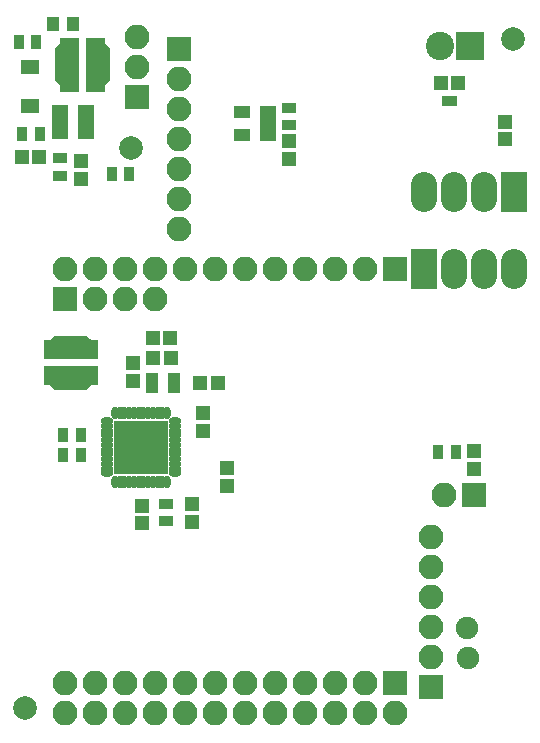
<source format=gts>
G04 #@! TF.FileFunction,Soldermask,Top*
%FSLAX46Y46*%
G04 Gerber Fmt 4.6, Leading zero omitted, Abs format (unit mm)*
G04 Created by KiCad (PCBNEW 4.0.7-e2-6376~58~ubuntu16.04.1) date Sat Jul  7 02:27:32 2018*
%MOMM*%
%LPD*%
G01*
G04 APERTURE LIST*
%ADD10C,0.100000*%
%ADD11R,1.150000X1.200000*%
%ADD12R,1.200000X1.150000*%
%ADD13R,0.700000X0.950000*%
%ADD14R,1.000000X1.200000*%
%ADD15R,1.600000X1.300000*%
%ADD16C,2.000000*%
%ADD17R,2.100000X2.100000*%
%ADD18O,2.100000X2.100000*%
%ADD19R,2.200000X3.400000*%
%ADD20O,2.200000X3.400000*%
%ADD21R,2.400000X2.400000*%
%ADD22C,2.400000*%
%ADD23R,0.900000X1.300000*%
%ADD24R,1.300000X0.900000*%
%ADD25R,1.100000X1.700000*%
%ADD26R,1.460000X1.050000*%
%ADD27C,1.900000*%
%ADD28O,1.100000X0.600000*%
%ADD29O,0.600000X1.100000*%
%ADD30R,1.800000X1.800000*%
G04 APERTURE END LIST*
D10*
D11*
X57447100Y-65155000D03*
X57447100Y-63655000D03*
X62603300Y-94327600D03*
X62603300Y-92827600D03*
X69778800Y-91176600D03*
X69778800Y-89676600D03*
D12*
X87848000Y-57067200D03*
X89348000Y-57067200D03*
D11*
X67721400Y-84978300D03*
X67721400Y-86478300D03*
X93294200Y-60311600D03*
X93294200Y-61811600D03*
X66802000Y-94210000D03*
X66802000Y-92710000D03*
X90670000Y-88230000D03*
X90670000Y-89730000D03*
X61772800Y-82258600D03*
X61772800Y-80758600D03*
D12*
X63466200Y-78654400D03*
X64966200Y-78654400D03*
X67517500Y-82426300D03*
X69017500Y-82426300D03*
X63491600Y-80305400D03*
X64991600Y-80305400D03*
X53872600Y-63287400D03*
X52372600Y-63287400D03*
D11*
X75011200Y-61991300D03*
X75011200Y-63491300D03*
D13*
X88923000Y-58567200D03*
X88273000Y-58567200D03*
D14*
X55018500Y-52067800D03*
X56718500Y-52067800D03*
D15*
X53091000Y-59006500D03*
X53091000Y-55706500D03*
D16*
X61682400Y-62560200D03*
X52640000Y-109998000D03*
X93985000Y-53356000D03*
D17*
X90644900Y-91913200D03*
D18*
X88104900Y-91913200D03*
D19*
X94100000Y-66300000D03*
D20*
X91560000Y-66300000D03*
X86480000Y-66300000D03*
X89020000Y-66300000D03*
D21*
X90313000Y-53892200D03*
D22*
X87773000Y-53892200D03*
D19*
X86480000Y-72800000D03*
D20*
X89020000Y-72800000D03*
X94100000Y-72800000D03*
X91560000Y-72800000D03*
D17*
X87000000Y-108220000D03*
D18*
X87000000Y-105680000D03*
X87000000Y-103140000D03*
X87000000Y-100600000D03*
X87000000Y-98060000D03*
X87000000Y-95520000D03*
D17*
X83980000Y-72820000D03*
D18*
X81440000Y-72820000D03*
X78900000Y-72820000D03*
X76360000Y-72820000D03*
X73820000Y-72820000D03*
X71280000Y-72820000D03*
X68740000Y-72820000D03*
X66200000Y-72820000D03*
X63660000Y-72820000D03*
X61120000Y-72820000D03*
X58580000Y-72820000D03*
X56040000Y-72820000D03*
D17*
X56040000Y-75360000D03*
D18*
X58580000Y-75360000D03*
X61120000Y-75360000D03*
X63660000Y-75360000D03*
D17*
X62184200Y-58207400D03*
D18*
X62184200Y-55667400D03*
X62184200Y-53127400D03*
D17*
X83980000Y-107830000D03*
D18*
X83980000Y-110370000D03*
X81440000Y-107830000D03*
X81440000Y-110370000D03*
X78900000Y-107830000D03*
X78900000Y-110370000D03*
X76360000Y-107830000D03*
X76360000Y-110370000D03*
X73820000Y-107830000D03*
X73820000Y-110370000D03*
X71280000Y-107830000D03*
X71280000Y-110370000D03*
X68740000Y-107830000D03*
X68740000Y-110370000D03*
X66200000Y-107830000D03*
X66200000Y-110370000D03*
X63660000Y-107830000D03*
X63660000Y-110370000D03*
X61120000Y-107830000D03*
X61120000Y-110370000D03*
X58580000Y-107830000D03*
X58580000Y-110370000D03*
X56040000Y-107830000D03*
X56040000Y-110370000D03*
D10*
G36*
X58845400Y-79224500D02*
X54245400Y-79224500D01*
X55245400Y-78424500D01*
X57845400Y-78424500D01*
X58845400Y-79224500D01*
X58845400Y-79224500D01*
G37*
G36*
X58845400Y-80424500D02*
X54245400Y-80424500D01*
X54245400Y-78824500D01*
X58845400Y-78824500D01*
X58845400Y-80424500D01*
X58845400Y-80424500D01*
G37*
G36*
X57245400Y-80424500D02*
X55845400Y-80424500D01*
X55845400Y-78424500D01*
X57245400Y-78424500D01*
X57245400Y-80424500D01*
X57245400Y-80424500D01*
G37*
G36*
X54245400Y-81024500D02*
X58845400Y-81024500D01*
X58845400Y-82624500D01*
X54245400Y-82624500D01*
X54245400Y-81024500D01*
X54245400Y-81024500D01*
G37*
G36*
X54245400Y-82224500D02*
X58845400Y-82224500D01*
X57845400Y-83024500D01*
X55245400Y-83024500D01*
X54245400Y-82224500D01*
X54245400Y-82224500D01*
G37*
G36*
X55845400Y-81024500D02*
X57245400Y-81024500D01*
X57245400Y-83024500D01*
X55845400Y-83024500D01*
X55845400Y-81024500D01*
X55845400Y-81024500D01*
G37*
G36*
X56040900Y-53202300D02*
X56040900Y-57802300D01*
X55240900Y-56802300D01*
X55240900Y-54202300D01*
X56040900Y-53202300D01*
X56040900Y-53202300D01*
G37*
G36*
X57240900Y-53202300D02*
X57240900Y-57802300D01*
X55640900Y-57802300D01*
X55640900Y-53202300D01*
X57240900Y-53202300D01*
X57240900Y-53202300D01*
G37*
G36*
X57240900Y-54802300D02*
X57240900Y-56202300D01*
X55240900Y-56202300D01*
X55240900Y-54802300D01*
X57240900Y-54802300D01*
X57240900Y-54802300D01*
G37*
G36*
X57840900Y-57802300D02*
X57840900Y-53202300D01*
X59440900Y-53202300D01*
X59440900Y-57802300D01*
X57840900Y-57802300D01*
X57840900Y-57802300D01*
G37*
G36*
X59040900Y-57802300D02*
X59040900Y-53202300D01*
X59840900Y-54202300D01*
X59840900Y-56802300D01*
X59040900Y-57802300D01*
X59040900Y-57802300D01*
G37*
G36*
X57840900Y-56202300D02*
X57840900Y-54802300D01*
X59840900Y-54802300D01*
X59840900Y-56202300D01*
X57840900Y-56202300D01*
X57840900Y-56202300D01*
G37*
D23*
X55884300Y-88509600D03*
X57384300Y-88509600D03*
D24*
X64635300Y-94149100D03*
X64635300Y-92649100D03*
D23*
X55872300Y-86870100D03*
X57372300Y-86870100D03*
X87620000Y-88255000D03*
X89120000Y-88255000D03*
D25*
X63405900Y-82451700D03*
X65305900Y-82451700D03*
D23*
X53620100Y-53538120D03*
X52120100Y-53538120D03*
X53948800Y-61357000D03*
X52448800Y-61357000D03*
D24*
X55631000Y-64888300D03*
X55631000Y-63388300D03*
X75049300Y-60621100D03*
X75049300Y-59121100D03*
D17*
X65700000Y-54175000D03*
D18*
X65700000Y-56715000D03*
X65700000Y-59255000D03*
X65700000Y-61795000D03*
X65700000Y-64335000D03*
X65700000Y-66875000D03*
X65700000Y-69415000D03*
D26*
X55655386Y-59412934D03*
X55655386Y-60362934D03*
X55655386Y-61312934D03*
X57855386Y-61312934D03*
X57855386Y-59412934D03*
X57855386Y-60362934D03*
X73274200Y-61415500D03*
X73274200Y-60465500D03*
X73274200Y-59515500D03*
X71074200Y-59515500D03*
X71074200Y-61415500D03*
D27*
X90120000Y-103160000D03*
X90140000Y-105700000D03*
D23*
X61504260Y-64709040D03*
X60004260Y-64709040D03*
D28*
X59585800Y-85683600D03*
X59585800Y-86083600D03*
X59585800Y-86483600D03*
X59585800Y-86883600D03*
X59585800Y-87283600D03*
X59585800Y-87683600D03*
X59585800Y-88083600D03*
X59585800Y-88483600D03*
X59585800Y-88883600D03*
X59585800Y-89283600D03*
X59585800Y-89683600D03*
X59585800Y-90083600D03*
D29*
X60285800Y-90783600D03*
X60685800Y-90783600D03*
X61085800Y-90783600D03*
X61485800Y-90783600D03*
X61885800Y-90783600D03*
X62285800Y-90783600D03*
X62685800Y-90783600D03*
X63085800Y-90783600D03*
X63485800Y-90783600D03*
X63885800Y-90783600D03*
X64285800Y-90783600D03*
X64685800Y-90783600D03*
D28*
X65385800Y-90083600D03*
X65385800Y-89683600D03*
X65385800Y-89283600D03*
X65385800Y-88883600D03*
X65385800Y-88483600D03*
X65385800Y-88083600D03*
X65385800Y-87683600D03*
X65385800Y-87283600D03*
X65385800Y-86883600D03*
X65385800Y-86483600D03*
X65385800Y-86083600D03*
X65385800Y-85683600D03*
D29*
X64685800Y-84983600D03*
X64285800Y-84983600D03*
X63885800Y-84983600D03*
X63485800Y-84983600D03*
X63085800Y-84983600D03*
X62685800Y-84983600D03*
X62285800Y-84983600D03*
X61885800Y-84983600D03*
X61485800Y-84983600D03*
X61085800Y-84983600D03*
X60685800Y-84983600D03*
X60285800Y-84983600D03*
D30*
X63885800Y-86483600D03*
X62485800Y-86483600D03*
X61085800Y-87883600D03*
X61085800Y-86483600D03*
X62485800Y-87883600D03*
X63885800Y-87883600D03*
X63885800Y-89283600D03*
X62485800Y-89283600D03*
X61085800Y-89283600D03*
M02*

</source>
